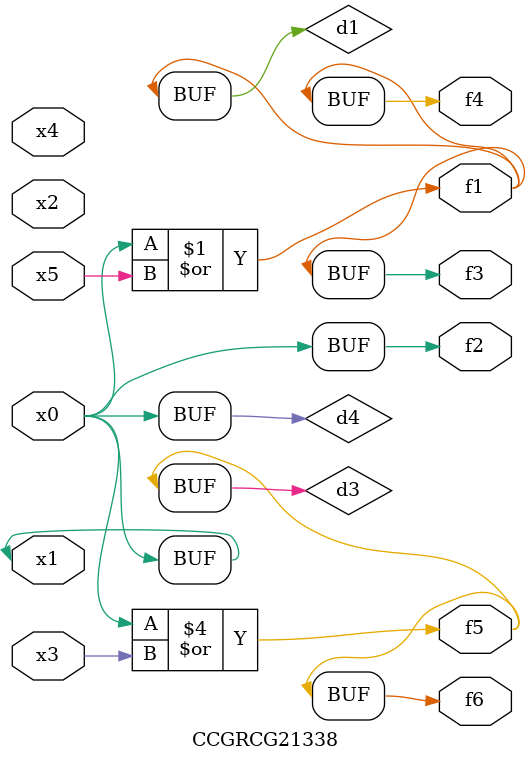
<source format=v>
module CCGRCG21338(
	input x0, x1, x2, x3, x4, x5,
	output f1, f2, f3, f4, f5, f6
);

	wire d1, d2, d3, d4;

	or (d1, x0, x5);
	xnor (d2, x1, x4);
	or (d3, x0, x3);
	buf (d4, x0, x1);
	assign f1 = d1;
	assign f2 = d4;
	assign f3 = d1;
	assign f4 = d1;
	assign f5 = d3;
	assign f6 = d3;
endmodule

</source>
